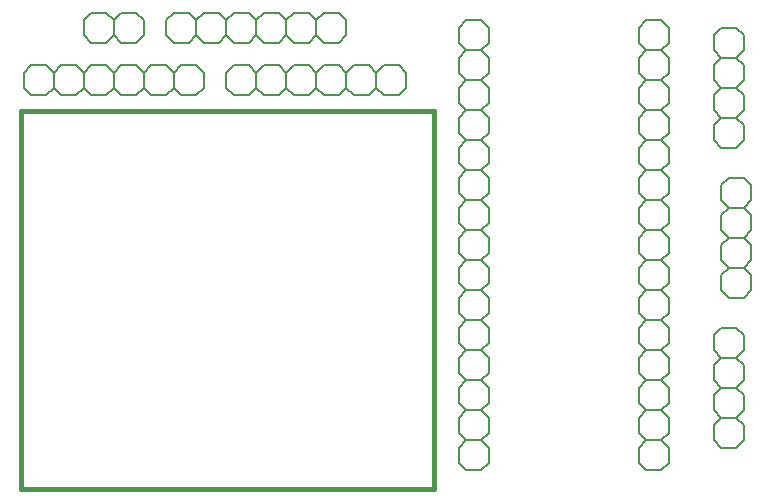
<source format=gto>
G75*
%MOIN*%
%OFA0B0*%
%FSLAX25Y25*%
%IPPOS*%
%LPD*%
%AMOC8*
5,1,8,0,0,1.08239X$1,22.5*
%
%ADD10C,0.01600*%
%ADD11C,0.00600*%
D10*
X0013611Y0013611D02*
X0151406Y0013611D01*
X0151406Y0139595D01*
X0013611Y0139595D01*
X0013611Y0013611D01*
D11*
X0159674Y0022174D02*
X0159674Y0027174D01*
X0162174Y0029674D01*
X0159674Y0032174D01*
X0159674Y0037174D01*
X0162174Y0039674D01*
X0159674Y0042174D01*
X0159674Y0047174D01*
X0162174Y0049674D01*
X0159674Y0052174D01*
X0159674Y0057174D01*
X0162174Y0059674D01*
X0159674Y0062174D01*
X0159674Y0067174D01*
X0162174Y0069674D01*
X0159674Y0072174D01*
X0159674Y0077174D01*
X0162174Y0079674D01*
X0159674Y0082174D01*
X0159674Y0087174D01*
X0162174Y0089674D01*
X0159674Y0092174D01*
X0159674Y0097174D01*
X0162174Y0099674D01*
X0159674Y0102174D01*
X0159674Y0107174D01*
X0162174Y0109674D01*
X0159674Y0112174D01*
X0159674Y0117174D01*
X0162174Y0119674D01*
X0159674Y0122174D01*
X0159674Y0127174D01*
X0162174Y0129674D01*
X0159674Y0132174D01*
X0159674Y0137174D01*
X0162174Y0139674D01*
X0159674Y0142174D01*
X0159674Y0147174D01*
X0162174Y0149674D01*
X0159674Y0152174D01*
X0159674Y0157174D01*
X0162174Y0159674D01*
X0159674Y0162174D01*
X0159674Y0167174D01*
X0162174Y0169674D01*
X0167174Y0169674D01*
X0169674Y0167174D01*
X0169674Y0162174D01*
X0167174Y0159674D01*
X0169674Y0157174D01*
X0169674Y0152174D01*
X0167174Y0149674D01*
X0162174Y0149674D01*
X0167174Y0149674D02*
X0169674Y0147174D01*
X0169674Y0142174D01*
X0167174Y0139674D01*
X0169674Y0137174D01*
X0169674Y0132174D01*
X0167174Y0129674D01*
X0169674Y0127174D01*
X0169674Y0122174D01*
X0167174Y0119674D01*
X0162174Y0119674D01*
X0167174Y0119674D02*
X0169674Y0117174D01*
X0169674Y0112174D01*
X0167174Y0109674D01*
X0169674Y0107174D01*
X0169674Y0102174D01*
X0167174Y0099674D01*
X0169674Y0097174D01*
X0169674Y0092174D01*
X0167174Y0089674D01*
X0162174Y0089674D01*
X0167174Y0089674D02*
X0169674Y0087174D01*
X0169674Y0082174D01*
X0167174Y0079674D01*
X0169674Y0077174D01*
X0169674Y0072174D01*
X0167174Y0069674D01*
X0169674Y0067174D01*
X0169674Y0062174D01*
X0167174Y0059674D01*
X0162174Y0059674D01*
X0167174Y0059674D02*
X0169674Y0057174D01*
X0169674Y0052174D01*
X0167174Y0049674D01*
X0169674Y0047174D01*
X0169674Y0042174D01*
X0167174Y0039674D01*
X0169674Y0037174D01*
X0169674Y0032174D01*
X0167174Y0029674D01*
X0169674Y0027174D01*
X0169674Y0022174D01*
X0167174Y0019674D01*
X0162174Y0019674D01*
X0159674Y0022174D01*
X0162174Y0029674D02*
X0167174Y0029674D01*
X0167174Y0039674D02*
X0162174Y0039674D01*
X0162174Y0049674D02*
X0167174Y0049674D01*
X0167174Y0069674D02*
X0162174Y0069674D01*
X0162174Y0079674D02*
X0167174Y0079674D01*
X0167174Y0099674D02*
X0162174Y0099674D01*
X0162174Y0109674D02*
X0167174Y0109674D01*
X0167174Y0129674D02*
X0162174Y0129674D01*
X0162174Y0139674D02*
X0167174Y0139674D01*
X0142174Y0147174D02*
X0139674Y0144674D01*
X0134674Y0144674D01*
X0132174Y0147174D01*
X0129674Y0144674D01*
X0124674Y0144674D01*
X0122174Y0147174D01*
X0119674Y0144674D01*
X0114674Y0144674D01*
X0112174Y0147174D01*
X0109674Y0144674D01*
X0104674Y0144674D01*
X0102174Y0147174D01*
X0099674Y0144674D01*
X0094674Y0144674D01*
X0092174Y0147174D01*
X0089674Y0144674D01*
X0084674Y0144674D01*
X0082174Y0147174D01*
X0082174Y0152174D01*
X0084674Y0154674D01*
X0089674Y0154674D01*
X0092174Y0152174D01*
X0094674Y0154674D01*
X0099674Y0154674D01*
X0102174Y0152174D01*
X0102174Y0147174D01*
X0102174Y0152174D02*
X0104674Y0154674D01*
X0109674Y0154674D01*
X0112174Y0152174D01*
X0114674Y0154674D01*
X0119674Y0154674D01*
X0122174Y0152174D01*
X0124674Y0154674D01*
X0129674Y0154674D01*
X0132174Y0152174D01*
X0134674Y0154674D01*
X0139674Y0154674D01*
X0142174Y0152174D01*
X0142174Y0147174D01*
X0132174Y0147174D02*
X0132174Y0152174D01*
X0122174Y0152174D02*
X0122174Y0147174D01*
X0112174Y0147174D02*
X0112174Y0152174D01*
X0109674Y0162174D02*
X0104674Y0162174D01*
X0102174Y0164674D01*
X0099674Y0162174D01*
X0094674Y0162174D01*
X0092174Y0164674D01*
X0089674Y0162174D01*
X0084674Y0162174D01*
X0082174Y0164674D01*
X0079674Y0162174D01*
X0074674Y0162174D01*
X0072174Y0164674D01*
X0069674Y0162174D01*
X0064674Y0162174D01*
X0062174Y0164674D01*
X0062174Y0169674D01*
X0064674Y0172174D01*
X0069674Y0172174D01*
X0072174Y0169674D01*
X0074674Y0172174D01*
X0079674Y0172174D01*
X0082174Y0169674D01*
X0082174Y0164674D01*
X0082174Y0169674D02*
X0084674Y0172174D01*
X0089674Y0172174D01*
X0092174Y0169674D01*
X0094674Y0172174D01*
X0099674Y0172174D01*
X0102174Y0169674D01*
X0104674Y0172174D01*
X0109674Y0172174D01*
X0112174Y0169674D01*
X0114674Y0172174D01*
X0119674Y0172174D01*
X0122174Y0169674D01*
X0122174Y0164674D01*
X0119674Y0162174D01*
X0114674Y0162174D01*
X0112174Y0164674D01*
X0109674Y0162174D01*
X0112174Y0164674D02*
X0112174Y0169674D01*
X0102174Y0169674D02*
X0102174Y0164674D01*
X0092174Y0164674D02*
X0092174Y0169674D01*
X0072174Y0169674D02*
X0072174Y0164674D01*
X0072174Y0154674D02*
X0067174Y0154674D01*
X0064674Y0152174D01*
X0064674Y0147174D01*
X0067174Y0144674D01*
X0072174Y0144674D01*
X0074674Y0147174D01*
X0074674Y0152174D01*
X0072174Y0154674D01*
X0064674Y0152174D02*
X0062174Y0154674D01*
X0057174Y0154674D01*
X0054674Y0152174D01*
X0054674Y0147174D01*
X0057174Y0144674D01*
X0062174Y0144674D01*
X0064674Y0147174D01*
X0054674Y0147174D02*
X0052174Y0144674D01*
X0047174Y0144674D01*
X0044674Y0147174D01*
X0042174Y0144674D01*
X0037174Y0144674D01*
X0034674Y0147174D01*
X0032174Y0144674D01*
X0027174Y0144674D01*
X0024674Y0147174D01*
X0022174Y0144674D01*
X0017174Y0144674D01*
X0014674Y0147174D01*
X0014674Y0152174D01*
X0017174Y0154674D01*
X0022174Y0154674D01*
X0024674Y0152174D01*
X0027174Y0154674D01*
X0032174Y0154674D01*
X0034674Y0152174D01*
X0034674Y0147174D01*
X0034674Y0152174D02*
X0037174Y0154674D01*
X0042174Y0154674D01*
X0044674Y0152174D01*
X0047174Y0154674D01*
X0052174Y0154674D01*
X0054674Y0152174D01*
X0044674Y0152174D02*
X0044674Y0147174D01*
X0042174Y0162174D02*
X0037174Y0162174D01*
X0034674Y0164674D01*
X0034674Y0169674D01*
X0037174Y0172174D01*
X0042174Y0172174D01*
X0044674Y0169674D01*
X0047174Y0172174D01*
X0052174Y0172174D01*
X0054674Y0169674D01*
X0054674Y0164674D01*
X0052174Y0162174D01*
X0047174Y0162174D01*
X0044674Y0164674D01*
X0042174Y0162174D01*
X0044674Y0164674D02*
X0044674Y0169674D01*
X0024674Y0152174D02*
X0024674Y0147174D01*
X0092174Y0147174D02*
X0092174Y0152174D01*
X0162174Y0159674D02*
X0167174Y0159674D01*
X0219674Y0157174D02*
X0219674Y0152174D01*
X0222174Y0149674D01*
X0227174Y0149674D01*
X0229674Y0152174D01*
X0229674Y0157174D01*
X0227174Y0159674D01*
X0229674Y0162174D01*
X0229674Y0167174D01*
X0227174Y0169674D01*
X0222174Y0169674D01*
X0219674Y0167174D01*
X0219674Y0162174D01*
X0222174Y0159674D01*
X0227174Y0159674D01*
X0222174Y0159674D02*
X0219674Y0157174D01*
X0222174Y0149674D02*
X0219674Y0147174D01*
X0219674Y0142174D01*
X0222174Y0139674D01*
X0227174Y0139674D01*
X0229674Y0142174D01*
X0229674Y0147174D01*
X0227174Y0149674D01*
X0227174Y0139674D02*
X0229674Y0137174D01*
X0229674Y0132174D01*
X0227174Y0129674D01*
X0229674Y0127174D01*
X0229674Y0122174D01*
X0227174Y0119674D01*
X0229674Y0117174D01*
X0229674Y0112174D01*
X0227174Y0109674D01*
X0229674Y0107174D01*
X0229674Y0102174D01*
X0227174Y0099674D01*
X0229674Y0097174D01*
X0229674Y0092174D01*
X0227174Y0089674D01*
X0229674Y0087174D01*
X0229674Y0082174D01*
X0227174Y0079674D01*
X0229674Y0077174D01*
X0229674Y0072174D01*
X0227174Y0069674D01*
X0229674Y0067174D01*
X0229674Y0062174D01*
X0227174Y0059674D01*
X0229674Y0057174D01*
X0229674Y0052174D01*
X0227174Y0049674D01*
X0229674Y0047174D01*
X0229674Y0042174D01*
X0227174Y0039674D01*
X0229674Y0037174D01*
X0229674Y0032174D01*
X0227174Y0029674D01*
X0229674Y0027174D01*
X0229674Y0022174D01*
X0227174Y0019674D01*
X0222174Y0019674D01*
X0219674Y0022174D01*
X0219674Y0027174D01*
X0222174Y0029674D01*
X0219674Y0032174D01*
X0219674Y0037174D01*
X0222174Y0039674D01*
X0227174Y0039674D01*
X0222174Y0039674D02*
X0219674Y0042174D01*
X0219674Y0047174D01*
X0222174Y0049674D01*
X0219674Y0052174D01*
X0219674Y0057174D01*
X0222174Y0059674D01*
X0219674Y0062174D01*
X0219674Y0067174D01*
X0222174Y0069674D01*
X0227174Y0069674D01*
X0222174Y0069674D02*
X0219674Y0072174D01*
X0219674Y0077174D01*
X0222174Y0079674D01*
X0219674Y0082174D01*
X0219674Y0087174D01*
X0222174Y0089674D01*
X0219674Y0092174D01*
X0219674Y0097174D01*
X0222174Y0099674D01*
X0227174Y0099674D01*
X0222174Y0099674D02*
X0219674Y0102174D01*
X0219674Y0107174D01*
X0222174Y0109674D01*
X0219674Y0112174D01*
X0219674Y0117174D01*
X0222174Y0119674D01*
X0219674Y0122174D01*
X0219674Y0127174D01*
X0222174Y0129674D01*
X0227174Y0129674D01*
X0222174Y0129674D02*
X0219674Y0132174D01*
X0219674Y0137174D01*
X0222174Y0139674D01*
X0244674Y0139674D02*
X0244674Y0144674D01*
X0247174Y0147174D01*
X0244674Y0149674D01*
X0244674Y0154674D01*
X0247174Y0157174D01*
X0244674Y0159674D01*
X0244674Y0164674D01*
X0247174Y0167174D01*
X0252174Y0167174D01*
X0254674Y0164674D01*
X0254674Y0159674D01*
X0252174Y0157174D01*
X0254674Y0154674D01*
X0254674Y0149674D01*
X0252174Y0147174D01*
X0247174Y0147174D01*
X0252174Y0147174D02*
X0254674Y0144674D01*
X0254674Y0139674D01*
X0252174Y0137174D01*
X0254674Y0134674D01*
X0254674Y0129674D01*
X0252174Y0127174D01*
X0247174Y0127174D01*
X0244674Y0129674D01*
X0244674Y0134674D01*
X0247174Y0137174D01*
X0244674Y0139674D01*
X0247174Y0137174D02*
X0252174Y0137174D01*
X0227174Y0119674D02*
X0222174Y0119674D01*
X0222174Y0109674D02*
X0227174Y0109674D01*
X0247174Y0109674D02*
X0249674Y0107174D01*
X0254674Y0107174D01*
X0257174Y0109674D01*
X0257174Y0114674D01*
X0254674Y0117174D01*
X0249674Y0117174D01*
X0247174Y0114674D01*
X0247174Y0109674D01*
X0249674Y0107174D02*
X0247174Y0104674D01*
X0247174Y0099674D01*
X0249674Y0097174D01*
X0254674Y0097174D01*
X0257174Y0094674D01*
X0257174Y0089674D01*
X0254674Y0087174D01*
X0257174Y0084674D01*
X0257174Y0079674D01*
X0254674Y0077174D01*
X0249674Y0077174D01*
X0247174Y0079674D01*
X0247174Y0084674D01*
X0249674Y0087174D01*
X0247174Y0089674D01*
X0247174Y0094674D01*
X0249674Y0097174D01*
X0254674Y0097174D02*
X0257174Y0099674D01*
X0257174Y0104674D01*
X0254674Y0107174D01*
X0227174Y0089674D02*
X0222174Y0089674D01*
X0222174Y0079674D02*
X0227174Y0079674D01*
X0244674Y0064674D02*
X0247174Y0067174D01*
X0252174Y0067174D01*
X0254674Y0064674D01*
X0254674Y0059674D01*
X0252174Y0057174D01*
X0254674Y0054674D01*
X0254674Y0049674D01*
X0252174Y0047174D01*
X0247174Y0047174D01*
X0244674Y0049674D01*
X0244674Y0054674D01*
X0247174Y0057174D01*
X0244674Y0059674D01*
X0244674Y0064674D01*
X0247174Y0057174D02*
X0252174Y0057174D01*
X0252174Y0047174D02*
X0254674Y0044674D01*
X0254674Y0039674D01*
X0252174Y0037174D01*
X0254674Y0034674D01*
X0254674Y0029674D01*
X0252174Y0027174D01*
X0247174Y0027174D01*
X0244674Y0029674D01*
X0244674Y0034674D01*
X0247174Y0037174D01*
X0244674Y0039674D01*
X0244674Y0044674D01*
X0247174Y0047174D01*
X0247174Y0037174D02*
X0252174Y0037174D01*
X0227174Y0029674D02*
X0222174Y0029674D01*
X0222174Y0049674D02*
X0227174Y0049674D01*
X0227174Y0059674D02*
X0222174Y0059674D01*
X0249674Y0087174D02*
X0254674Y0087174D01*
X0252174Y0157174D02*
X0247174Y0157174D01*
M02*

</source>
